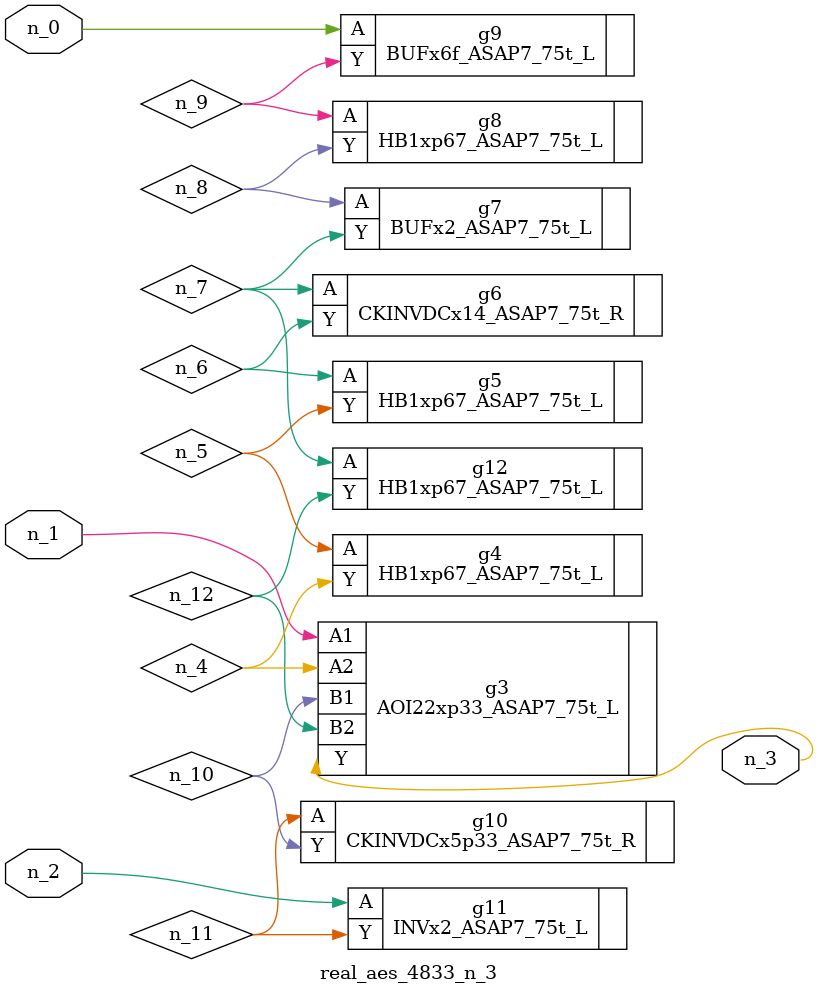
<source format=v>
module real_aes_4833_n_3 (n_0, n_2, n_1, n_3);
input n_0;
input n_2;
input n_1;
output n_3;
wire n_4;
wire n_5;
wire n_7;
wire n_8;
wire n_12;
wire n_6;
wire n_9;
wire n_10;
wire n_11;
BUFx6f_ASAP7_75t_L g9 ( .A(n_0), .Y(n_9) );
AOI22xp33_ASAP7_75t_L g3 ( .A1(n_1), .A2(n_4), .B1(n_10), .B2(n_12), .Y(n_3) );
INVx2_ASAP7_75t_L g11 ( .A(n_2), .Y(n_11) );
HB1xp67_ASAP7_75t_L g4 ( .A(n_5), .Y(n_4) );
HB1xp67_ASAP7_75t_L g5 ( .A(n_6), .Y(n_5) );
CKINVDCx14_ASAP7_75t_R g6 ( .A(n_7), .Y(n_6) );
HB1xp67_ASAP7_75t_L g12 ( .A(n_7), .Y(n_12) );
BUFx2_ASAP7_75t_L g7 ( .A(n_8), .Y(n_7) );
HB1xp67_ASAP7_75t_L g8 ( .A(n_9), .Y(n_8) );
CKINVDCx5p33_ASAP7_75t_R g10 ( .A(n_11), .Y(n_10) );
endmodule
</source>
